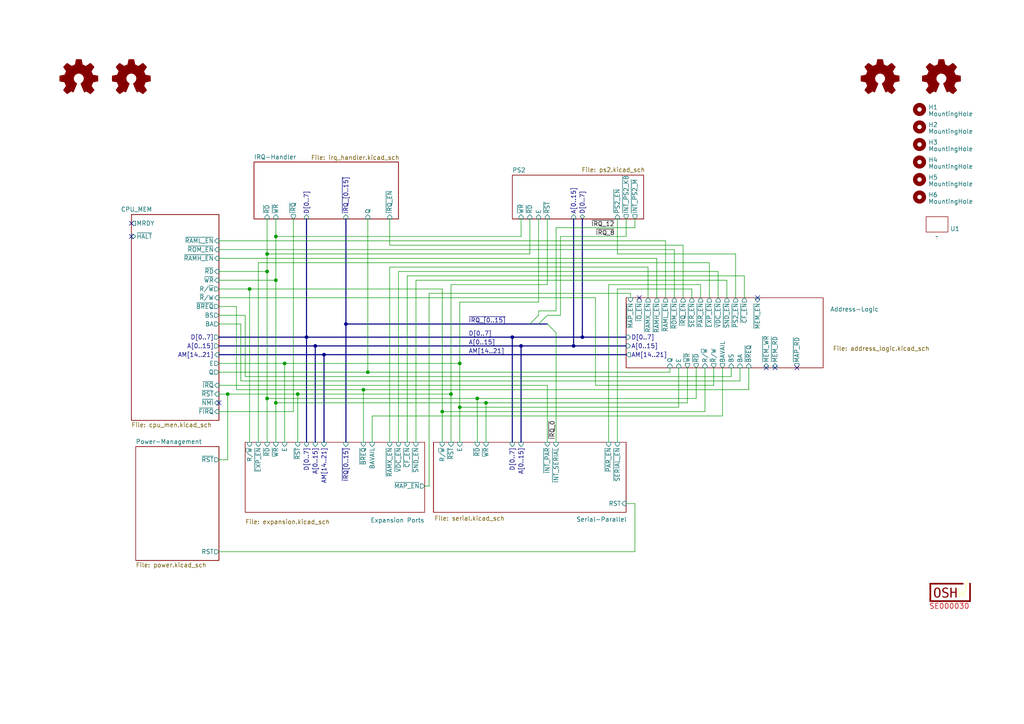
<source format=kicad_sch>
(kicad_sch (version 20250114) (generator "eeschema") (generator_version "9.0")
  (paper "A4")
  (title_block (date "2025-08-15") (rev "C1") (company "Sperly Retro Electronics"))
  (lib_symbols
    (symbol "Graphic:Logo_Open_Hardware_Small" (in_bom no) (on_board no)
      (symbol "Logo_Open_Hardware_Small_0_1"
        (polyline (pts (xy 3.3528 -4.3434) (xy 3.302 -4.318) (xy 3.175 -4.2418) (xy 2.9972 -4.1148) (xy 2.7686 -3.9624) (xy 2.54 -3.81) (xy 2.3622 -3.7084) (xy 2.2352 -3.6068) (xy 2.1844 -3.5814) (xy 2.159 -3.6068) (xy 2.0574 -3.6576) (xy 1.905 -3.7338) (xy 1.8034 -3.7846) (xy 1.6764 -3.8354) (xy 1.6002 -3.8354) (xy 1.6002 -3.8354) (xy 1.5494 -3.7338) (xy 1.4732 -3.5306) (xy 1.3462 -3.302) (xy 1.2446 -3.0226) (xy 1.1176 -2.7178) (xy 0.9652 -2.413) (xy 0.8636 -2.1082) (xy 0.7366 -1.8288) (xy 0.6604 -1.6256) (xy 0.6096 -1.4732) (xy 0.5842 -1.397) (xy 0.5842 -1.397) (xy 0.6604 -1.3208) (xy 0.7874 -1.2446) (xy 1.0414 -1.016) (xy 1.2954 -0.6858) (xy 1.4478 -0.3302) (xy 1.524 0.0762) (xy 1.4732 0.4572) (xy 1.3208 0.8128) (xy 1.0668 1.143) (xy 0.762 1.3716) (xy 0.4064 1.524) (xy 0 1.5748) (xy -0.381 1.5494) (xy -0.7366 1.397) (xy -1.0668 1.143) (xy -1.2192 0.9906) (xy -1.397 0.6604) (xy -1.524 0.3048) (xy -1.524 0.2286) (xy -1.4986 -0.1778) (xy -1.397 -0.5334) (xy -1.1938 -0.8636) (xy -0.9144 -1.143) (xy -0.8636 -1.1684) (xy -0.7366 -1.27) (xy -0.635 -1.3462) (xy -0.5842 -1.397) (xy -1.0668 -2.5908) (xy -1.143 -2.794) (xy -1.2954 -3.1242) (xy -1.397 -3.4036) (xy -1.4986 -3.6322) (xy -1.5748 -3.7846) (xy -1.6002 -3.8354) (xy -1.6002 -3.8354) (xy -1.651 -3.8354) (xy -1.7272 -3.81) (xy -1.905 -3.7338) (xy -2.0066 -3.683) (xy -2.1336 -3.6068) (xy -2.2098 -3.5814) (xy -2.2606 -3.6068) (xy -2.3622 -3.683) (xy -2.54 -3.81) (xy -2.7686 -3.9624) (xy -2.9718 -4.0894) (xy -3.1496 -4.2164) (xy -3.302 -4.318) (xy -3.3528 -4.3434) (xy -3.3782 -4.3434) (xy -3.429 -4.318) (xy -3.5306 -4.2164) (xy -3.7084 -4.064) (xy -3.937 -3.8354) (xy -3.9624 -3.81) (xy -4.1656 -3.6068) (xy -4.318 -3.4544) (xy -4.4196 -3.3274) (xy -4.445 -3.2766) (xy -4.445 -3.2766) (xy -4.4196 -3.2258) (xy -4.318 -3.0734) (xy -4.2164 -2.8956) (xy -4.064 -2.667) (xy -3.6576 -2.0828) (xy -3.8862 -1.5494) (xy -3.937 -1.3716) (xy -4.0386 -1.1684) (xy -4.0894 -1.0414) (xy -4.1148 -0.9652) (xy -4.191 -0.9398) (xy -4.318 -0.9144) (xy -4.5466 -0.8636) (xy -4.8006 -0.8128) (xy -5.0546 -0.7874) (xy -5.2578 -0.7366) (xy -5.4356 -0.7112) (xy -5.5118 -0.6858) (xy -5.5118 -0.6858) (xy -5.5372 -0.635) (xy -5.5372 -0.5588) (xy -5.5372 -0.4318) (xy -5.5626 -0.2286) (xy -5.5626 0.0762) (xy -5.5626 0.127) (xy -5.5372 0.4064) (xy -5.5372 0.635) (xy -5.5372 0.762) (xy -5.5372 0.8382) (xy -5.5372 0.8382) (xy -5.461 0.8382) (xy -5.3086 0.889) (xy -5.08 0.9144) (xy -4.826 0.9652) (xy -4.8006 0.9906) (xy -4.5466 1.0414) (xy -4.318 1.0668) (xy -4.1656 1.1176) (xy -4.0894 1.143) (xy -4.0894 1.143) (xy -4.0386 1.2446) (xy -3.9624 1.4224) (xy -3.8608 1.6256) (xy -3.7846 1.8288) (xy -3.7084 2.0066) (xy -3.6576 2.159) (xy -3.6322 2.2098) (xy -3.6322 2.2098) (xy -3.683 2.286) (xy -3.7592 2.413) (xy -3.8862 2.5908) (xy -4.064 2.8194) (xy -4.064 2.8448) (xy -4.2164 3.0734) (xy -4.3434 3.2512) (xy -4.4196 3.3782) (xy -4.445 3.4544) (xy -4.445 3.4544) (xy -4.3942 3.5052) (xy -4.2926 3.6322) (xy -4.1148 3.81) (xy -3.937 4.0132) (xy -3.8608 4.064) (xy -3.6576 4.2926) (xy -3.5052 4.4196) (xy -3.4036 4.4958) (xy -3.3528 4.5212) (xy -3.3528 4.5212) (xy -3.302 4.4704) (xy -3.1496 4.3688) (xy -2.9718 4.2418) (xy -2.7432 4.0894) (xy -2.7178 4.0894) (xy -2.4892 3.937) (xy -2.3114 3.81) (xy -2.1844 3.7084) (xy -2.1336 3.683) (xy -2.1082 3.683) (xy -2.032 3.7084) (xy -1.8542 3.7592) (xy -1.6764 3.8354) (xy -1.4732 3.937) (xy -1.27 4.0132) (xy -1.143 4.064) (xy -1.0668 4.1148) (xy -1.0668 4.1148) (xy -1.0414 4.191) (xy -1.016 4.3434) (xy -0.9652 4.572) (xy -0.9144 4.8514) (xy -0.889 4.9022) (xy -0.8382 5.1562) (xy -0.8128 5.3848) (xy -0.7874 5.5372) (xy -0.762 5.588) (xy -0.7112 5.6134) (xy -0.5842 5.6134) (xy -0.4064 5.6134) (xy -0.1524 5.6134) (xy 0.0762 5.6134) (xy 0.3302 5.6134) (xy 0.5334 5.6134) (xy 0.6858 5.588) (xy 0.7366 5.588) (xy 0.7366 5.588) (xy 0.762 5.5118) (xy 0.8128 5.334) (xy 0.8382 5.1054) (xy 0.9144 4.826) (xy 0.9144 4.7752) (xy 0.9652 4.5212) (xy 1.016 4.2926) (xy 1.0414 4.1402) (xy 1.0668 4.0894) (xy 1.0668 4.0894) (xy 1.1938 4.0386) (xy 1.3716 3.9624) (xy 1.5748 3.8608) (xy 2.0828 3.6576) (xy 2.7178 4.0894) (xy 2.7686 4.1402) (xy 2.9972 4.2926) (xy 3.175 4.4196) (xy 3.302 4.4958) (xy 3.3782 4.5212) (xy 3.3782 4.5212) (xy 3.429 4.4704) (xy 3.556 4.3434) (xy 3.7338 4.191) (xy 3.9116 3.9878) (xy 4.064 3.8354) (xy 4.2418 3.6576) (xy 4.3434 3.556) (xy 4.4196 3.4798) (xy 4.4196 3.429) (xy 4.4196 3.4036) (xy 4.3942 3.3274) (xy 4.2926 3.2004) (xy 4.1656 2.9972) (xy 4.0132 2.794) (xy 3.8862 2.5908) (xy 3.7592 2.3876) (xy 3.6576 2.2352) (xy 3.6322 2.159) (xy 3.6322 2.1336) (xy 3.683 2.0066) (xy 3.7592 1.8288) (xy 3.8608 1.6002) (xy 4.064 1.1176) (xy 4.3942 1.0414) (xy 4.5974 1.016) (xy 4.8768 0.9652) (xy 5.1308 0.9144) (xy 5.5372 0.8382) (xy 5.5626 -0.6604) (xy 5.4864 -0.6858) (xy 5.4356 -0.6858) (xy 5.2832 -0.7366) (xy 5.0546 -0.762) (xy 4.8006 -0.8128) (xy 4.5974 -0.8636) (xy 4.3688 -0.9144) (xy 4.2164 -0.9398) (xy 4.1402 -0.9398) (xy 4.1148 -0.9652) (xy 4.064 -1.0668) (xy 3.9878 -1.2446) (xy 3.9116 -1.4478) (xy 3.81 -1.651) (xy 3.7338 -1.8542) (xy 3.683 -2.0066) (xy 3.6576 -2.0828) (xy 3.683 -2.1336) (xy 3.7846 -2.2606) (xy 3.8862 -2.4638) (xy 4.0386 -2.667) (xy 4.191 -2.8956) (xy 4.318 -3.0734) (xy 4.3942 -3.2004) (xy 4.445 -3.2766) (xy 4.4196 -3.3274) (xy 4.3434 -3.429) (xy 4.1656 -3.5814) (xy 3.937 -3.8354) (xy 3.8862 -3.8608) (xy 3.683 -4.064) (xy 3.5306 -4.2164) (xy 3.4036 -4.318) (xy 3.3528 -4.3434)) (fill (type outline)))
      )
    )
    (symbol "Mechanical:MountingHole" (pin_names (offset 1.016))
      (property "Reference" "H" (at 0 5.08 0))
      (property "Value" "MountingHole" (at 0 3.175 0))
      (symbol "MountingHole_0_1"
        (circle (center 0 0) (radius 1.27) (stroke (width 1.27)))
      )
    )
    (symbol "OSHW_Certification_Mark:OSHW_Certification_Mark_Logo_Medium" (in_bom no) (on_board no)
      (symbol "OSHW_Certification_Mark_Logo_Medium_0_1"
        (polyline (pts (xy -3.6762 1.0468) (xy -3.6189 1.0425) (xy -3.5634 1.0354) (xy -3.5099 1.0253) (xy -3.4584 1.0125) (xy -3.4087 0.9968) (xy -3.361 0.9782) (xy -3.3153 0.9567) (xy -3.2715 0.9324) (xy -3.2296 0.9053) (xy -3.1896 0.8752) (xy -3.1516 0.8424) (xy -3.1155 0.8066) (xy -3.0814 0.768) (xy -3.0492 0.7266) (xy -3.0189 0.6823) (xy -2.9903 0.635) (xy -2.9635 0.5848) (xy -2.9386 0.5317) (xy -2.9155 0.4756) (xy -2.8943 0.4165) (xy -2.8749 0.3545) (xy -2.8573 0.2895) (xy -2.8416 0.2215) (xy -2.8278 0.1506) (xy -2.8158 0.0767) (xy -2.8056 -0.0002) (xy -2.7973 -0.08) (xy -2.7909 -0.1628) (xy -2.7863 -0.2486) (xy -2.7835 -0.3373) (xy -2.7826 -0.4289) (xy -2.7835 -0.5203) (xy -2.7863 -0.6088) (xy -2.7909 -0.6944) (xy -2.7973 -0.777) (xy -2.8056 -0.8566) (xy -2.8158 -0.9334) (xy -2.8278 -1.0071) (xy -2.8416 -1.0779) (xy -2.8573 -1.1458) (xy -2.8749 -1.2107) (xy -2.8943 -1.2727) (xy -2.9155 -1.3317) (xy -2.9386 -1.3877) (xy -2.9635 -1.4409) (xy -2.9903 -1.491) (xy -3.0189 -1.5382) (xy -3.0338 -1.5608) (xy -3.0492 -1.5826) (xy -3.065 -1.6036) (xy -3.0814 -1.624) (xy -3.0982 -1.6437) (xy -3.1155 -1.6626) (xy -3.1333 -1.6808) (xy -3.1516 -1.6983) (xy -3.1704 -1.7151) (xy -3.1896 -1.7312) (xy -3.2094 -1.7466) (xy -3.2296 -1.7612) (xy -3.2503 -1.7752) (xy -3.2715 -1.7884) (xy -3.2931 -1.8009) (xy -3.3153 -1.8127) (xy -3.3379 -1.8238) (xy -3.361 -1.8341) (xy -3.3846 -1.8438) (xy -3.4087 -1.8527) (xy -3.4333 -1.8609) (xy -3.4584 -1.8685) (xy -3.4839 -1.8752) (xy -3.5099 -1.8813) (xy -3.5364 -1.8867) (xy -3.5634 -1.8913) (xy -3.6189 -1.8985) (xy -3.6762 -1.9028) (xy -3.7356 -1.9042) (xy -3.7949 -1.9028) (xy -3.8522 -1.8985) (xy -3.9077 -1.8914) (xy -3.9612 -1.8814) (xy -4.0128 -1.8686) (xy -4.0624 -1.853) (xy -4.1101 -1.8345) (xy -4.1558 -1.8132) (xy -4.1997 -1.789) (xy -4.2415 -1.762) (xy -4.2815 -1.7321) (xy -4.3195 -1.6994) (xy -4.3556 -1.6639) (xy -4.3897 -1.6255) (xy -4.422 -1.5842) (xy -4.4522 -1.5401) (xy -4.4806 -1.4931) (xy -4.5072 -1.4431) (xy -4.5319 -1.3902) (xy -4.5548 -1.3342) (xy -4.5758 -1.2752) (xy -4.5951 -1.2132) (xy -4.6125 -1.1483) (xy -4.628 -1.0803) (xy -4.6418 -1.0094) (xy -4.6537 -0.9354) (xy -4.6638 -0.8585) (xy -4.672 -0.7786) (xy -4.6784 -0.6957) (xy -4.683 -0.6097) (xy -4.6857 -0.5208) (xy -4.6867 -0.4289) (xy -4.2845 -0.4289) (xy -4.2825 -0.5797) (xy -4.2765 -0.7193) (xy -4.2665 -0.8477) (xy -4.2526 -0.965) (xy -4.2441 -1.0195) (xy -4.2346 -1.0712) (xy -4.2241 -1.1201) (xy -4.2127 -1.1662) (xy -4.2002 -1.2096) (xy -4.1867 -1.2501) (xy -4.1723 -1.2879) (xy -4.1568 -1.3229) (xy -4.14 -1.3554) (xy -4.1311 -1.3709) (xy -4.1219 -1.3858) (xy -4.1123 -1.4003) (xy -4.1025 -1.4142) (xy -4.0923 -1.4276) (xy -4.0819 -1.4404) (xy -4.0711 -1.4528) (xy -4.06 -1.4646) (xy -4.0485 -1.4759) (xy -4.0368 -1.4866) (xy -4.0248 -1.4969) (xy -4.0124 -1.5066) (xy -3.9997 -1.5157) (xy -3.9867 -1.5244) (xy -3.9734 -1.5325) (xy -3.9597 -1.5402) (xy -3.9458 -1.5472) (xy -3.9315 -1.5538) (xy -3.9169 -1.5598) (xy -3.902 -1.5653) (xy -3.8868 -1.5703) (xy -3.8713 -1.5748) (xy -3.8554 -1.5787) (xy -3.8392 -1.5821) (xy -3.8227 -1.585) (xy -3.8059 -1.5874) (xy -3.7888 -1.5892) (xy -3.7714 -1.5905) (xy -3.7356 -1.5916) (xy -3.6995 -1.5906) (xy -3.6648 -1.5874) (xy -3.6313 -1.5822) (xy -3.5992 -1.5749) (xy -3.5683 -1.5655) (xy -3.5387 -1.5541) (xy -3.5105 -1.5405) (xy -3.4835 -1.5249) (xy -3.4578 -1.5072) (xy -3.4334 -1.4874) (xy -3.4103 -1.4655) (xy -3.3886 -1.4415) (xy -3.3681 -1.4154) (xy -3.3489 -1.3873) (xy -3.331 -1.3571) (xy -3.3143 -1.3248) (xy -3.2986 -1.2898) (xy -3.284 -1.252) (xy -3.2703 -1.2114) (xy -3.2576 -1.168) (xy -3.246 -1.1218) (xy -3.2354 -1.0728) (xy -3.2257 -1.021) (xy -3.2171 -0.9664) (xy -3.2095 -0.909) (xy -3.203 -0.8488) (xy -3.1974 -0.7859) (xy -3.1928 -0.7201) (xy -3.1893 -0.6515) (xy -3.1868 -0.5801) (xy -3.1852 -0.5059) (xy -3.1847 -0.4289) (xy -3.1868 -0.2778) (xy -3.1928 -0.1378) (xy -3.203 -0.009) (xy -3.2171 0.1086) (xy -3.2257 0.1631) (xy -3.2354 0.2149) (xy -3.246 0.2639) (xy -3.2576 0.3101) (xy -3.2703 0.3535) (xy -3.284 0.3941) (xy -3.2986 0.4319) (xy -3.3143 0.4669) (xy -3.331 0.4995) (xy -3.3397 0.5149) (xy -3.3489 0.5299) (xy -3.3583 0.5443) (xy -3.3681 0.5582) (xy -3.3781 0.5716) (xy -3.3886 0.5845) (xy -3.3993 0.5968) (xy -3.4103 0.6086) (xy -3.4217 0.6199) (xy -3.4334 0.6307) (xy -3.4455 0.6409) (xy -3.4578 0.6506) (xy -3.4705 0.6598) (xy -3.4835 0.6685) (xy -3.4968 0.6766) (xy -3.5105 0.6842) (xy -3.5244 0.6913) (xy -3.5387 0.6979) (xy -3.5534 0.7039) (xy -3.5683 0.7094) (xy -3.5836 0.7144) (xy -3.5992 0.7189) (xy -3.6151 0.7228) (xy -3.6313 0.7262) (xy -3.6479 0.7291) (xy -3.6648 0.7315) (xy -3.682 0.7333) (xy -3.6995 0.7346) (xy -3.7356 0.7356) (xy -3.7714 0.7346) (xy -3.8059 0.7315) (xy -3.8392 0.7262) (xy -3.8712 0.7189) (xy -3.902 0.7094) (xy -3.9315 0.6979) (xy -3.9597 0.6842) (xy -3.9867 0.6685) (xy -4.0124 0.6506) (xy -4.0368 0.6307) (xy -4.06 0.6086) (xy -4.0819 0.5845) (xy -4.1025 0.5582) (xy -4.1219 0.5299) (xy -4.14 0.4995) (xy -4.1568 0.4669) (xy -4.1723 0.4319) (xy -4.1867 0.3941) (xy -4.2002 0.3535) (xy -4.2127 0.3101) (xy -4.2241 0.2639) (xy -4.2346 0.215) (xy -4.2441 0.1632) (xy -4.2526 0.1086) (xy -4.26 0.0512) (xy -4.2665 -0.009) (xy -4.272 -0.072) (xy -4.2765 -0.1378) (xy -4.28 -0.2064) (xy -4.2825 -0.2778) (xy -4.284 -0.352) (xy -4.2845 -0.4289) (xy -4.6867 -0.4289) (xy -4.6857 -0.3373) (xy -4.683 -0.2486) (xy -4.6784 -0.1628) (xy -4.672 -0.08) (xy -4.6638 -0.0002) (xy -4.6537 0.0767) (xy -4.6418 0.1506) (xy -4.628 0.2215) (xy -4.6125 0.2895) (xy -4.5951 0.3545) (xy -4.5758 0.4165) (xy -4.5548 0.4756) (xy -4.5319 0.5317) (xy -4.5072 0.5848) (xy -4.4806 0.635) (xy -4.4522 0.6823) (xy -4.4372 0.7048) (xy -4.4217 0.7266) (xy -4.4058 0.7477) (xy -4.3893 0.768) (xy -4.3724 0.7877) (xy -4.355 0.8066) (xy -4.3372 0.8248) (xy -4.3188 0.8424) (xy -4.3 0.8592) (xy -4.2807 0.8752) (xy -4.2609 0.8906) (xy -4.2407 0.9053) (xy -4.2199 0.9192) (xy -4.1987 0.9324) (xy -4.177 0.9449) (xy -4.1549 0.9567) (xy -4.1323 0.9678) (xy -4.1091 0.9782) (xy -4.0856 0.9878) (xy -4.0615 0.9968) (xy -4.037 1.005) (xy -4.0119 1.0125) (xy -3.9864 1.0193) (xy -3.9605 1.0253) (xy -3.9071 1.0354) (xy -3.8518 1.0425) (xy -3.7946 1.0468) (xy -3.7356 1.0482)) (stroke (width -0.0001)) (fill (type outline)))
        (polyline (pts (xy -2.7826 -0.4289) (xy -2.7826 -0.4289) (xy -2.7826 -0.4289)) (stroke (width -0.0001)) (fill (type outline)))
        (polyline (pts (xy -1.3169 1.0471) (xy -1.2752 1.0453) (xy -1.2328 1.0424) (xy -1.19 1.0382) (xy -1.1466 1.0328) (xy -1.1026 1.0263) (xy -1.0582 1.0185) (xy -1.0132 1.0096) (xy -0.9676 1) (xy -0.9215 0.9891) (xy -0.8747 0.9771) (xy -0.8274 0.9639) (xy -0.7794 0.9494) (xy -0.7309 0.9338) (xy -0.6817 0.917) (xy -0.632 0.899) (xy -0.632 0.5083) (xy -0.6759 0.5356) (xy -0.7198 0.5611) (xy -0.7638 0.5849) (xy -0.8078 0.607) (xy -0.8519 0.6273) (xy -0.8961 0.6459) (xy -0.9403 0.6628) (xy -0.9846 0.678) (xy -1.0285 0.6914) (xy -1.0725 0.703) (xy -1.1166 0.7128) (xy -1.1609 0.7208) (xy -1.2053 0.7271) (xy -1.2498 0.7316) (xy -1.2944 0.7342) (xy -1.3391 0.7351) (xy -1.3727 0.7346) (xy -1.4055 0.7331) (xy -1.4373 0.7306) (xy -1.4683 0.7272) (xy -1.4983 0.7227) (xy -1.5275 0.7172) (xy -1.5557 0.7107) (xy -1.5831 0.7032) (xy -1.6096 0.6947) (xy -1.6351 0.6852) (xy -1.6598 0.6748) (xy -1.6836 0.6633) (xy -1.7065 0.6508) (xy -1.7285 0.6374) (xy -1.7497 0.6229) (xy -1.7699 0.6074) (xy -1.789 0.5914) (xy -1.807 0.5746) (xy -1.8236 0.5571) (xy -1.8391 0.5389) (xy -1.8533 0.5201) (xy -1.8663 0.5005) (xy -1.878 0.4802) (xy -1.8885 0.4592) (xy -1.8978 0.4376) (xy -1.9058 0.4152) (xy -1.9126 0.3921) (xy -1.9182 0.3683) (xy -1.9225 0.3439) (xy -1.9256 0.3187) (xy -1.9275 0.2928) (xy -1.9281 0.2663) (xy -1.9277 0.243) (xy -1.9265 0.2205) (xy -1.9245 0.1986) (xy -1.9216 0.1775) (xy -1.918 0.1571) (xy -1.9136 0.1373) (xy -1.9084 0.1183) (xy -1.9023 0.1) (xy -1.8955 0.0823) (xy -1.8879 0.0654) (xy -1.8794 0.0491) (xy -1.8702 0.0336) (xy -1.8601 0.0188) (xy -1.8493 0.0046) (xy -1.8376 -0.0088) (xy -1.8252 -0.0216) (xy -1.8114 -0.0338) (xy -1.7961 -0.0458) (xy -1.7795 -0.0576) (xy -1.7615 -0.0691) (xy -1.7421 -0.0803) (xy -1.7213 -0.0913) (xy -1.6991 -0.1021) (xy -1.6755 -0.1126) (xy -1.6505 -0.1228) (xy -1.6241 -0.1328) (xy -1.5963 -0.1425) (xy -1.5671 -0.152) (xy -1.5365 -0.1612) (xy -1.5045 -0.1702) (xy -1.4711 -0.1789) (xy -1.4363 -0.1874) (xy -1.2343 -0.2331) (xy -1.1851 -0.2452) (xy -1.1376 -0.2581) (xy -1.0918 -0.2719) (xy -1.0477 -0.2865) (xy -1.0054 -0.3019) (xy -0.9647 -0.3182) (xy -0.9257 -0.3353) (xy -0.8884 -0.3532) (xy -0.8528 -0.372) (xy -0.8189 -0.3916) (xy -0.7866 -0.412) (xy -0.7561 -0.4333) (xy -0.7273 -0.4554) (xy -0.7002 -0.4783) (xy -0.6748 -0.5021) (xy -0.6511 -0.5266) (xy -0.6289 -0.5522) (xy -0.6082 -0.5789) (xy -0.5889 -0.6068) (xy -0.571 -0.6358) (xy -0.5546 -0.6659) (xy -0.5396 -0.6971) (xy -0.526 -0.7295) (xy -0.5138 -0.763) (xy -0.5031 -0.7976) (xy -0.4938 -0.8334) (xy -0.4859 -0.8703) (xy -0.4795 -0.9083) (xy -0.4745 -0.9475) (xy -0.4709 -0.9878) (xy -0.4688 -1.0292) (xy -0.4681 -1.0718) (xy -0.4691 -1.1218) (xy -0.472 -1.1702) (xy -0.4769 -1.2172) (xy -0.4838 -1.2627) (xy -0.4926 -1.3067) (xy -0.5035 -1.3492) (xy -0.5162 -1.3901) (xy -0.531 -1.4296) (xy -0.5477 -1.4676) (xy -0.5664 -1.504) (xy -0.587 -1.539) (xy -0.6096 -1.5724) (xy -0.6342 -1.6044) (xy -0.6607 -1.6348) (xy -0.6892 -1.6638) (xy -0.7197 -1.6912) (xy -0.752 -1.7171) (xy -0.7861 -1.7413) (xy -0.8221 -1.7638) (xy -0.8598 -1.7846) (xy -0.8993 -1.8038) (xy -0.9405 -1.8213) (xy -0.9836 -1.8372) (xy -1.0284 -1.8513) (xy -1.0751 -1.8638) (xy -1.1235 -1.8747) (xy -1.1737 -1.8838) (xy -1.2257 -1.8913) (xy -1.2795 -1.8972) (xy -1.3351 -1.9014) (xy -1.3924 -1.9039) (xy -1.4516 -1.9047) (xy -1.5016 -1.904) (xy -1.5518 -1.902) (xy -1.6019 -1.8985) (xy -1.6522 -1.8937) (xy -1.7025 -1.8876) (xy -1.7528 -1.88) (xy -1.8033 -1.8711) (xy -1.8537 -1.8609) (xy -1.9043 -1.8497) (xy -1.9549 -1.8372) (xy -2.0055 -1.8232) (xy -2.0563 -1.808) (xy -2.107 -1.7913) (xy -2.1579 -1.7733) (xy -2.2088 -1.7539) (xy -2.2597 -1.7332) (xy -2.2597 -1.3234) (xy -2.2053 -1.357) (xy -2.1517 -1.3883) (xy -2.0988 -1.4173) (xy -2.0467 -1.4439) (xy -1.9954 -1.4683) (xy -1.9449 -1.4903) (xy -1.8951 -1.5099) (xy -1.8461 -1.5273) (xy -1.797 -1.5425) (xy -1.7478 -1.5556) (xy -1.6986 -1.5668) (xy -1.6493 -1.5759) (xy -1.6 -1.583) (xy -1.5506 -1.588) (xy -1.5011 -1.5911) (xy -1.4516 -1.5921) (xy -1.4156 -1.5916) (xy -1.3807 -1.5901) (xy -1.3468 -1.5875) (xy -1.3139 -1.584) (xy -1.282 -1.5794) (xy -1.2511 -1.5739) (xy -1.2212 -1.5673) (xy -1.1924 -1.5597) (xy -1.1645 -1.5511) (xy -1.1377 -1.5415) (xy -1.1119 -1.5308) (xy -1.087 -1.5192) (xy -1.0633 -1.5065) (xy -1.0405 -1.4929) (xy -1.0187 -1.4782) (xy -0.9979 -1.4625) (xy -0.9783 -1.4456) (xy -0.96 -1.428) (xy -0.9429 -1.4096) (xy -0.9271 -1.3903) (xy -0.9125 -1.3702) (xy -0.8992 -1.3494) (xy -0.8872 -1.3277) (xy -0.8764 -1.3053) (xy -0.867 -1.282) (xy -0.8587 -1.2579) (xy -0.8518 -1.233) (xy -0.8461 -1.2073) (xy -0.8416 -1.1808) (xy -0.8385 -1.1535) (xy -0.8366 -1.1254) (xy -0.8359 -1.0965) (xy -0.8364 -1.0703) (xy -0.8377 -1.0448) (xy -0.8399 -1.02) (xy -0.843 -0.9961) (xy -0.8469 -0.973) (xy -0.8518 -0.9506) (xy -0.8575 -0.9291) (xy -0.8641 -0.9083) (xy -0.8715 -0.8883) (xy -0.8799 -0.8692) (xy -0.8891 -0.8508) (xy -0.8992 -0.8331) (xy -0.9102 -0.8163) (xy -0.922 -0.8003) (xy -0.9348 -0.7851) (xy -0.9484 -0.7706) (xy -0.9629 -0.7567) (xy -0.9786 -0.7433) (xy -0.9957 -0.7302) (xy -1.014 -0.7176) (xy -1.0337 -0.7053) (xy -1.0546 -0.6935) (xy -1.0769 -0.6821) (xy -1.1004 -0.671) (xy -1.1252 -0.6604) (xy -1.1514 -0.6501) (xy -1.1788 -0.6403) (xy -1.2075 -0.6309) (xy -1.2375 -0.6218) (xy -1.2688 -0.6132) (xy -1.3014 -0.605) (xy -1.3353 -0.5972) (xy -1.5411 -0.5495) (xy -1.5899 -0.538) (xy -1.6369 -0.5257) (xy -1.6822 -0.5127) (xy -1.7258 -0.499) (xy -1.7677 -0.4846) (xy -1.8079 -0.4695) (xy -1.8465 -0.4536) (xy -1.8833 -0.4371) (xy -1.9184 -0.4198) (xy -1.9518 -0.4018) (xy -1.9836 -0.3831) (xy -2.0136 -0.3637) (xy -2.0419 -0.3436) (xy -2.0686 -0.3227) (xy -2.0935 -0.3011) (xy -2.1168 -0.2789) (xy -2.1385 -0.2558) (xy -2.1588 -0.2317) (xy -2.1777 -0.2066) (xy -2.1952 -0.1806) (xy -2.2113 -0.1536) (xy -2.2259 -0.1256) (xy -2.2392 -0.0967) (xy -2.2511 -0.0668) (xy -2.2616 -0.036) (xy -2.2707 -0.0041) (xy -2.2784 0.0287) (xy -2.2847 0.0624) (xy -2.2896 0.0972) (xy -2.2931 0.1329) (xy -2.2952 0.1695) (xy -2.2959 0.2072) (xy -2.2949 0.2542) (xy -2.292 0.3001) (xy -2.287 0.3448) (xy -2.28 0.3882) (xy -2.271 0.4305) (xy -2.26 0.4716) (xy -2.2471 0.5115) (xy -2.2321 0.5503) (xy -2.2151 0.5878) (xy -2.1962 0.6241) (xy -2.1752 0.6593) (xy -2.1523 0.6932) (xy -2.1273 0.726) (xy -2.1004 0.7575) (xy -2.0714 0.7879) (xy -2.0405 0.8171) (xy -2.0077 0.845) (xy -1.9736 0.8712) (xy -1.9381 0.8955) (xy -1.9014 0.918) (xy -1.8633 0.9387) (xy -1.824 0.9576) (xy -1.7833 0.9748) (xy -1.7413 0.9901) (xy -1.698 1.0036) (xy -1.6534 1.0153) (xy -1.6074 1.0252) (xy -1.5602 1.0333) (xy -1.5117 1.0396) (xy -1.4618 1.0441) (xy -1.4107 1.0468) (xy -1.3582 1.0477)) (stroke (width -0.0001)) (fill (type outline)))
        (polyline (pts (xy 0.4348 -0.1699) (xy 1.4888 -0.1699) (xy 1.4888 0.9966) (xy 1.8758 0.9966) (xy 1.8758 -1.849) (xy 1.4888 -1.849) (xy 1.4888 -0.4938) (xy 0.4348 -0.4938) (xy 0.4348 -1.849) (xy 0.0479 -1.849) (xy 0.0479 0.9966) (xy 0.4348 0.9966)) (stroke (width -0.0001)) (fill (type outline)))
        (polyline (pts (xy 5.9999 -3.1372) (xy -6.0001 -3.1372) (xy -6.0001 2.3978) (xy -6.0001 2.3978) (xy 3.8676 2.3978) (xy 3.8676 1.9099) (xy -5.5122 1.9099) (xy -5.5122 -2.6492) (xy 5.512 -2.6492) (xy 5.5224 2.3978) (xy 5.9999 2.3978)) (stroke (width -0.0001)) (fill (type outline)))
      )
      (symbol "OSHW_Certification_Mark_Logo_Medium_1_1"
        (polyline (pts (xy 4.0605 -1.849) (xy 3.6965 -1.849) (xy 3.3095 -0.1584) (xy 2.9245 -1.849) (xy 2.5605 -1.849) (xy 2.1354 0.9966) (xy 2.5109 0.9966) (xy 2.7835 -1.3134) (xy 3.1075 0.2152) (xy 3.5097 0.2152) (xy 3.8375 -1.3172) (xy 4.7607 3.111) (xy 5.1362 3.111)) (stroke (width -0.0001)) (fill (type background)))
      )
    )
    (symbol "motherboard:mITX"
      (property "Reference" "U" (at 0 0 0))
      (symbol "mITX_0_1"
        (rectangle (start -3.175 5.715) (end 3.175 1.27))
        (rectangle (start -1.905 5.715) (end -1.905 5.715))
        (rectangle (start -1.905 5.715) (end -1.905 5.715))
        (rectangle (start 0 -0.635) (end 0 -0.635))
        (rectangle (start 0 -0.635) (end 0 -0.635))
      )
    )
  )
  (text "SE000030" (at 275.336 176.022 0) (effects (font (size 1.524 1.524))))
  (junction (at 80.01 68.58))
  (junction (at 77.47 78.74))
  (junction (at 80.01 81.28))
  (junction (at 93.98 102.87))
  (junction (at 166.37 100.33))
  (junction (at 151.13 100.33))
  (junction (at 77.47 73.66))
  (junction (at 138.43 115.57))
  (junction (at 86.36 114.3))
  (junction (at 88.9 97.79))
  (junction (at 82.55 105.41))
  (junction (at 72.39 83.82))
  (junction (at 128.27 119.38))
  (junction (at 66.04 114.3))
  (junction (at 133.35 105.41))
  (junction (at 148.59 97.79))
  (junction (at 77.47 115.57))
  (junction (at 80.01 116.84))
  (junction (at 106.68 107.95))
  (junction (at 100.33 93.98))
  (junction (at 140.97 116.84))
  (junction (at 130.81 114.3))
  (junction (at 91.44 100.33))
  (junction (at 133.35 118.11))
  (junction (at 105.41 113.03))
  (junction (at 168.91 97.79))
  (no_connect (at 38.1 68.58))
  (no_connect (at 63.5 116.84))
  (no_connect (at 222.25 106.68))
  (no_connect (at 224.79 106.68))
  (no_connect (at 185.42 86.36))
  (no_connect (at 231.14 106.68))
  (no_connect (at 219.71 86.36))
  (no_connect (at 38.1 64.77))
  (bus_entry (at 158.75 93.98) (size 2.54 2.54))
  (bus_entry (at 156.21 93.98) (size 2.54 -2.54))
  (bus_entry (at 153.67 93.98) (size 2.54 -2.54))
  (wire (pts (xy 156.21 91.44) (xy 156.21 90.17)))
  (wire (pts (xy 161.29 66.04) (xy 184.15 66.04)))
  (wire (pts (xy 63.5 81.28) (xy 80.01 81.28)))
  (wire (pts (xy 153.67 73.66) (xy 77.47 73.66)))
  (wire (pts (xy 80.01 81.28) (xy 80.01 116.84)))
  (wire (pts (xy 128.27 83.82) (xy 128.27 119.38)))
  (wire (pts (xy 72.39 83.82) (xy 72.39 128.27)))
  (wire (pts (xy 80.01 128.27) (xy 80.01 116.84)))
  (bus (pts (xy 153.67 93.98) (xy 156.21 93.98)))
  (wire (pts (xy 196.85 118.11) (xy 196.85 106.68)))
  (wire (pts (xy 181.61 68.58) (xy 181.61 63.5)))
  (wire (pts (xy 63.5 78.74) (xy 77.47 78.74)))
  (wire (pts (xy 210.82 81.28) (xy 210.82 86.36)))
  (wire (pts (xy 63.5 83.82) (xy 72.39 83.82)))
  (wire (pts (xy 106.68 107.95) (xy 194.31 107.95)))
  (wire (pts (xy 77.47 63.5) (xy 77.47 73.66)))
  (wire (pts (xy 190.5 74.93) (xy 190.5 86.36)))
  (wire (pts (xy 156.21 63.5) (xy 156.21 87.63)))
  (wire (pts (xy 176.53 128.27) (xy 176.53 82.55)))
  (wire (pts (xy 203.2 82.55) (xy 203.2 86.36)))
  (wire (pts (xy 107.95 120.65) (xy 107.95 128.27)))
  (wire (pts (xy 106.68 63.5) (xy 106.68 107.95)))
  (wire (pts (xy 71.12 109.22) (xy 212.09 109.22)))
  (wire (pts (xy 63.5 72.39) (xy 195.58 72.39)))
  (wire (pts (xy 162.56 91.44) (xy 162.56 68.58)))
  (bus (pts (xy 151.13 100.33) (xy 151.13 128.27)))
  (wire (pts (xy 105.41 113.03) (xy 105.41 128.27)))
  (wire (pts (xy 63.5 133.35) (xy 66.04 133.35)))
  (wire (pts (xy 176.53 82.55) (xy 203.2 82.55)))
  (wire (pts (xy 138.43 115.57) (xy 138.43 128.27)))
  (wire (pts (xy 215.9 80.01) (xy 215.9 86.36)))
  (wire (pts (xy 179.07 73.66) (xy 213.36 73.66)))
  (bus (pts (xy 148.59 97.79) (xy 148.59 128.27)))
  (wire (pts (xy 151.13 68.58) (xy 151.13 63.5)))
  (wire (pts (xy 209.55 106.68) (xy 209.55 120.65)))
  (wire (pts (xy 184.15 146.05) (xy 181.61 146.05)))
  (wire (pts (xy 156.21 90.17) (xy 161.29 90.17)))
  (wire (pts (xy 69.85 110.49) (xy 69.85 93.98)))
  (bus (pts (xy 91.44 100.33) (xy 91.44 128.27)))
  (wire (pts (xy 86.36 114.3) (xy 130.81 114.3)))
  (wire (pts (xy 77.47 115.57) (xy 77.47 128.27)))
  (wire (pts (xy 161.29 96.52) (xy 161.29 128.27)))
  (bus (pts (xy 166.37 63.5) (xy 166.37 100.33)))
  (wire (pts (xy 212.09 109.22) (xy 212.09 106.68)))
  (wire (pts (xy 158.75 63.5) (xy 158.75 82.55)))
  (wire (pts (xy 128.27 119.38) (xy 128.27 128.27)))
  (bus (pts (xy 166.37 100.33) (xy 181.61 100.33)))
  (bus (pts (xy 63.5 102.87) (xy 93.98 102.87)))
  (wire (pts (xy 72.39 83.82) (xy 128.27 83.82)))
  (wire (pts (xy 63.5 91.44) (xy 71.12 91.44)))
  (wire (pts (xy 124.46 140.97) (xy 124.46 85.09)))
  (wire (pts (xy 130.81 82.55) (xy 130.81 114.3)))
  (wire (pts (xy 115.57 128.27) (xy 115.57 78.74)))
  (wire (pts (xy 140.97 116.84) (xy 140.97 128.27)))
  (bus (pts (xy 168.91 63.5) (xy 168.91 97.79)))
  (wire (pts (xy 214.63 106.68) (xy 214.63 110.49)))
  (wire (pts (xy 63.5 107.95) (xy 106.68 107.95)))
  (wire (pts (xy 80.01 63.5) (xy 80.01 68.58)))
  (bus (pts (xy 91.44 100.33) (xy 151.13 100.33)))
  (wire (pts (xy 63.5 160.02) (xy 184.15 160.02)))
  (bus (pts (xy 93.98 102.87) (xy 93.98 128.27)))
  (bus (pts (xy 151.13 100.33) (xy 166.37 100.33)))
  (wire (pts (xy 193.04 69.85) (xy 193.04 86.36)))
  (wire (pts (xy 68.58 113.03) (xy 105.41 113.03)))
  (wire (pts (xy 195.58 72.39) (xy 195.58 86.36)))
  (bus (pts (xy 100.33 93.98) (xy 153.67 93.98)))
  (wire (pts (xy 115.57 78.74) (xy 208.28 78.74)))
  (wire (pts (xy 128.27 119.38) (xy 204.47 119.38)))
  (wire (pts (xy 208.28 78.74) (xy 208.28 86.36)))
  (wire (pts (xy 80.01 116.84) (xy 140.97 116.84)))
  (wire (pts (xy 172.72 86.36) (xy 172.72 111.76)))
  (wire (pts (xy 124.46 140.97) (xy 123.19 140.97)))
  (bus (pts (xy 63.5 100.33) (xy 91.44 100.33)))
  (wire (pts (xy 66.04 133.35) (xy 66.04 114.3)))
  (wire (pts (xy 133.35 105.41) (xy 133.35 118.11)))
  (wire (pts (xy 118.11 80.01) (xy 215.9 80.01)))
  (wire (pts (xy 198.12 71.12) (xy 198.12 86.36)))
  (wire (pts (xy 118.11 128.27) (xy 118.11 80.01)))
  (wire (pts (xy 63.5 119.38) (xy 85.09 119.38)))
  (wire (pts (xy 179.07 63.5) (xy 179.07 73.66)))
  (wire (pts (xy 209.55 120.65) (xy 107.95 120.65)))
  (bus (pts (xy 63.5 97.79) (xy 88.9 97.79)))
  (bus (pts (xy 88.9 63.5) (xy 88.9 97.79)))
  (wire (pts (xy 201.93 106.68) (xy 201.93 115.57)))
  (wire (pts (xy 124.46 85.09) (xy 182.88 85.09)))
  (wire (pts (xy 158.75 82.55) (xy 130.81 82.55)))
  (wire (pts (xy 200.66 83.82) (xy 200.66 86.36)))
  (wire (pts (xy 158.75 91.44) (xy 162.56 91.44)))
  (wire (pts (xy 133.35 118.11) (xy 133.35 128.27)))
  (wire (pts (xy 66.04 114.3) (xy 86.36 114.3)))
  (bus (pts (xy 148.59 97.79) (xy 168.91 97.79)))
  (wire (pts (xy 207.01 111.76) (xy 207.01 106.68)))
  (wire (pts (xy 184.15 66.04) (xy 184.15 63.5)))
  (wire (pts (xy 63.5 86.36) (xy 172.72 86.36)))
  (wire (pts (xy 187.96 77.47) (xy 187.96 86.36)))
  (bus (pts (xy 88.9 97.79) (xy 148.59 97.79)))
  (wire (pts (xy 77.47 78.74) (xy 77.47 115.57)))
  (wire (pts (xy 66.04 114.3) (xy 63.5 114.3)))
  (wire (pts (xy 82.55 105.41) (xy 133.35 105.41)))
  (wire (pts (xy 80.01 68.58) (xy 151.13 68.58)))
  (wire (pts (xy 133.35 118.11) (xy 196.85 118.11)))
  (wire (pts (xy 120.65 128.27) (xy 120.65 81.28)))
  (wire (pts (xy 85.09 119.38) (xy 85.09 63.5)))
  (wire (pts (xy 153.67 63.5) (xy 153.67 73.66)))
  (wire (pts (xy 77.47 73.66) (xy 77.47 78.74)))
  (bus (pts (xy 156.21 93.98) (xy 158.75 93.98)))
  (wire (pts (xy 182.88 85.09) (xy 182.88 86.36)))
  (wire (pts (xy 113.03 71.12) (xy 198.12 71.12)))
  (bus (pts (xy 88.9 97.79) (xy 88.9 128.27)))
  (wire (pts (xy 120.65 81.28) (xy 210.82 81.28)))
  (bus (pts (xy 168.91 97.79) (xy 181.61 97.79)))
  (wire (pts (xy 63.5 111.76) (xy 158.75 111.76)))
  (wire (pts (xy 156.21 87.63) (xy 133.35 87.63)))
  (wire (pts (xy 179.07 83.82) (xy 200.66 83.82)))
  (wire (pts (xy 77.47 115.57) (xy 138.43 115.57)))
  (wire (pts (xy 63.5 69.85) (xy 193.04 69.85)))
  (wire (pts (xy 86.36 128.27) (xy 86.36 114.3)))
  (bus (pts (xy 93.98 102.87) (xy 181.61 102.87)))
  (wire (pts (xy 63.5 93.98) (xy 69.85 93.98)))
  (wire (pts (xy 184.15 160.02) (xy 184.15 146.05)))
  (wire (pts (xy 194.31 107.95) (xy 194.31 106.68)))
  (wire (pts (xy 63.5 88.9) (xy 68.58 88.9)))
  (wire (pts (xy 63.5 74.93) (xy 190.5 74.93)))
  (wire (pts (xy 113.03 128.27) (xy 113.03 77.47)))
  (wire (pts (xy 71.12 91.44) (xy 71.12 109.22)))
  (wire (pts (xy 161.29 90.17) (xy 161.29 66.04)))
  (wire (pts (xy 113.03 77.47) (xy 187.96 77.47)))
  (wire (pts (xy 138.43 115.57) (xy 201.93 115.57)))
  (wire (pts (xy 80.01 68.58) (xy 80.01 81.28)))
  (bus (pts (xy 100.33 93.98) (xy 100.33 128.27)))
  (wire (pts (xy 179.07 128.27) (xy 179.07 83.82)))
  (wire (pts (xy 74.93 128.27) (xy 74.93 76.2)))
  (wire (pts (xy 172.72 111.76) (xy 207.01 111.76)))
  (wire (pts (xy 63.5 105.41) (xy 82.55 105.41)))
  (bus (pts (xy 100.33 63.5) (xy 100.33 93.98)))
  (wire (pts (xy 140.97 116.84) (xy 199.39 116.84)))
  (wire (pts (xy 204.47 119.38) (xy 204.47 106.68)))
  (wire (pts (xy 74.93 76.2) (xy 205.74 76.2)))
  (wire (pts (xy 162.56 68.58) (xy 181.61 68.58)))
  (wire (pts (xy 133.35 87.63) (xy 133.35 105.41)))
  (wire (pts (xy 214.63 110.49) (xy 69.85 110.49)))
  (wire (pts (xy 158.75 111.76) (xy 158.75 128.27)))
  (wire (pts (xy 113.03 63.5) (xy 113.03 71.12)))
  (wire (pts (xy 68.58 88.9) (xy 68.58 113.03)))
  (wire (pts (xy 199.39 116.84) (xy 199.39 106.68)))
  (wire (pts (xy 105.41 113.03) (xy 217.17 113.03)))
  (wire (pts (xy 82.55 105.41) (xy 82.55 128.27)))
  (wire (pts (xy 130.81 114.3) (xy 130.81 128.27)))
  (wire (pts (xy 205.74 76.2) (xy 205.74 86.36)))
  (wire (pts (xy 213.36 73.66) (xy 213.36 86.36)))
  (wire (pts (xy 217.17 113.03) (xy 217.17 106.68)))
  (label "~{IRQ_8}" (at 172.72 68.58 0))
  (label "~{IRQ_12}" (at 171.45 66.04 0))
  (label "~{IRQ_0}" (at 161.29 121.92 270))
  (label "D[0..7]" (at 135.89 97.79 0))
  (label "AM[14..21]" (at 135.89 102.87 0))
  (label "~{IRQ_[0..15]}" (at 135.89 93.98 0))
  (label "A[0..15]" (at 135.89 100.33 0))
  (symbol (lib_id "motherboard:mITX") (at 271.78 68.58 0) (unit 1)
    (property "Reference" "U1" (at 275.59 66.3568 0) (effects (justify left)))
    (property "Value" "~" (at 271.78 68.58 0))
    (property "Footprint" "kicad-lib:mITX" (effects (hide yes)))
  )
  (symbol (lib_id "Graphic:Logo_Open_Hardware_Small") (at 255.27 22.86 0) (unit 1) (exclude_from_sim yes) (in_bom no) (on_board no)
    (property "Reference" "#SYM4" (effects (hide yes)))
    (property "Value" "Logo_Open_Hardware_Small" (effects (hide yes)))
    (property "Description" "Open Hardware logo, small" (effects (hide yes)))
  )
  (symbol (lib_id "Mechanical:MountingHole") (at 266.7 41.91 0) (unit 1)
    (property "Reference" "H3" (at 269.24 41.2663 0) (effects (justify left)))
    (property "Value" "MountingHole" (at 269.24 43.1873 0) (effects (justify left)))
    (property "Footprint" "MountingHole:MountingHole_3.2mm_M3_ISO7380" (effects (hide yes)))
  )
  (symbol (lib_id "Graphic:Logo_Open_Hardware_Small") (at 22.86 22.86 0) (unit 1) (exclude_from_sim yes) (in_bom no) (on_board no)
    (property "Reference" "#SYM1" (effects (hide yes)))
    (property "Value" "Logo_Open_Hardware_Small" (effects (hide yes)))
    (property "Description" "Open Hardware logo, small" (effects (hide yes)))
  )
  (symbol (lib_id "Mechanical:MountingHole") (at 266.7 36.83 0) (unit 1)
    (property "Reference" "H2" (at 269.24 36.1863 0) (effects (justify left)))
    (property "Value" "MountingHole" (at 269.24 38.1073 0) (effects (justify left)))
    (property "Footprint" "MountingHole:MountingHole_3.2mm_M3_ISO7380" (effects (hide yes)))
  )
  (symbol (lib_id "OSHW_Certification_Mark:OSHW_Certification_Mark_Logo_Medium") (at 275.59 171.45 0) (unit 1) (in_bom no) (on_board no)
    (property "Reference" "LOGO1" (effects (hide yes)))
    (property "Description" "OSHW Certification Mark, Logo only" (effects (hide yes)))
  )
  (symbol (lib_id "Graphic:Logo_Open_Hardware_Small") (at 273.05 22.86 0) (unit 1) (exclude_from_sim yes) (in_bom no) (on_board no)
    (property "Reference" "#SYM2" (effects (hide yes)))
    (property "Value" "Logo_Open_Hardware_Small" (effects (hide yes)))
    (property "Description" "Open Hardware logo, small" (effects (hide yes)))
  )
  (symbol (lib_id "Graphic:Logo_Open_Hardware_Small") (at 38.1 22.86 0) (unit 1) (exclude_from_sim yes) (in_bom no) (on_board no)
    (property "Reference" "#SYM3" (effects (hide yes)))
    (property "Value" "Logo_Open_Hardware_Small" (effects (hide yes)))
    (property "Description" "Open Hardware logo, small" (effects (hide yes)))
  )
  (symbol (lib_id "Mechanical:MountingHole") (at 266.7 52.07 0) (unit 1)
    (property "Reference" "H5" (at 269.24 51.4263 0) (effects (justify left)))
    (property "Value" "MountingHole" (at 269.24 53.3473 0) (effects (justify left)))
    (property "Footprint" "MountingHole:MountingHole_3.2mm_M3_ISO7380" (effects (hide yes)))
  )
  (symbol (lib_id "Mechanical:MountingHole") (at 266.7 46.99 0) (unit 1)
    (property "Reference" "H4" (at 269.24 46.3463 0) (effects (justify left)))
    (property "Value" "MountingHole" (at 269.24 48.2673 0) (effects (justify left)))
    (property "Footprint" "MountingHole:MountingHole_3.2mm_M3_ISO7380" (effects (hide yes)))
  )
  (symbol (lib_id "Mechanical:MountingHole") (at 266.7 31.75 0) (unit 1)
    (property "Reference" "H1" (at 269.24 31.1063 0) (effects (justify left)))
    (property "Value" "MountingHole" (at 269.24 33.0273 0) (effects (justify left)))
    (property "Footprint" "MountingHole:MountingHole_3.2mm_M3_ISO7380" (effects (hide yes)))
  )
  (symbol (lib_id "Mechanical:MountingHole") (at 266.7 57.15 0) (unit 1)
    (property "Reference" "H6" (at 269.24 56.5063 0) (effects (justify left)))
    (property "Value" "MountingHole" (at 269.24 58.4273 0) (effects (justify left)))
    (property "Footprint" "MountingHole:MountingHole_3.2mm_M3_ISO7380" (effects (hide yes)))
  )
  (sheet (at 39.37 129.54) (size 24.13 33.02) (stroke (width 0.1524))
    (property "Sheetname" "Power-Management" (at 39.37 128.8284 0) (effects (justify left bottom)))
    (property "Sheetfile" "power.kicad_sch" (at 39.37 163.1446 0) (effects (justify left top)))
    (pin "~{RST}" output (at 63.5 133.35 0))
    (pin "RST" output (at 63.5 160.02 0))
  )
  (sheet (at 125.73 128.27) (size 55.88 20.32) (stroke (width 0.1524))
    (property "Sheetname" "Serial-Parallel" (at 167.132 151.384 0) (effects (justify left bottom)))
    (property "Sheetfile" "serial.kicad_sch" (at 125.984 149.606 0) (effects (justify left top)))
    (pin "R{slash}~{W}" input (at 128.27 128.27 90))
    (pin "~{RST}" input (at 130.81 128.27 90))
    (pin "~{SERIAL_EN}" input (at 179.07 128.27 90))
    (pin "E" input (at 133.35 128.27 90))
    (pin "~{INT_PAR}" input (at 158.75 128.27 90))
    (pin "~{PAR_EN}" input (at 176.53 128.27 90))
    (pin "A[0..15]" input (at 151.13 128.27 90))
    (pin "D[0..7]" input (at 148.59 128.27 90))
    (pin "~{INT_SERIAL}" input (at 161.29 128.27 90))
    (pin "RST" input (at 181.61 146.05 0))
    (pin "~{RD}" input (at 138.43 128.27 90))
    (pin "~{WR}" input (at 140.97 128.27 90))
  )
  (sheet (at 181.61 86.36) (size 57.15 20.32) (stroke (width 0.1524))
    (property "Sheetname" "Address-Logic" (at 240.792 90.424 0) (effects (justify left bottom)))
    (property "Sheetfile" "address_logic.kicad_sch" (at 241.554 100.33 0) (effects (justify left top)))
    (pin "AM[14..21]" output (at 181.61 102.87 180))
    (pin "~{IRQ_EN}" output (at 198.12 86.36 90))
    (pin "~{PS2_EN}" output (at 213.36 86.36 90))
    (pin "~{VDC_EN}" output (at 208.28 86.36 90))
    (pin "~{EXP_EN}" output (at 205.74 86.36 90))
    (pin "~{PAR_EN}" output (at 203.2 86.36 90))
    (pin "~{SER_EN}" output (at 200.66 86.36 90))
    (pin "~{CF_EN}" output (at 215.9 86.36 90))
    (pin "~{WR}" output (at 199.39 106.68 270))
    (pin "BAVAIL" output (at 209.55 106.68 270))
    (pin "~{RD}" output (at 201.93 106.68 270))
    (pin "BS" input (at 212.09 106.68 270))
    (pin "BA" input (at 214.63 106.68 270))
    (pin "R{slash}~{W}" input (at 204.47 106.68 270))
    (pin "~{BREQ}" input (at 217.17 106.68 270))
    (pin "Q" input (at 194.31 106.68 270))
    (pin "E" input (at 196.85 106.68 270))
    (pin "D[0..7]" input (at 181.61 97.79 180))
    (pin "A[0..15]" input (at 181.61 100.33 180))
    (pin "~{ROM_EN}" output (at 195.58 86.36 90))
    (pin "~{RAML_EN}" output (at 193.04 86.36 90))
    (pin "~{RAMH_EN}" output (at 190.5 86.36 90))
    (pin "~{RAMX_EN}" output (at 187.96 86.36 90))
    (pin "~{IO_EN}" output (at 185.42 86.36 90))
    (pin "~{MEM_WR}" input (at 222.25 106.68 270))
    (pin "~{MEM_RD}" input (at 224.79 106.68 270))
    (pin "~{MAP_EN}" input (at 182.88 86.36 90))
    (pin "~{R}/W" output (at 207.01 106.68 270))
    (pin "~{MEM_EN}" input (at 219.71 86.36 90))
    (pin "~{SND_EN}" output (at 210.82 86.36 90))
    (pin "~{MAP_RD}" output (at 231.14 106.68 270))
  )
  (sheet (at 71.12 128.27) (size 52.07 20.32) (stroke (width 0.1524))
    (property "Sheetname" "Expansion Ports" (at 107.442 151.638 0) (effects (justify left bottom)))
    (property "Sheetfile" "expansion.kicad_sch" (at 71.12 150.622 0) (effects (justify left top)))
    (pin "~{WR}" input (at 80.01 128.27 90))
    (pin "~{RD}" input (at 77.47 128.27 90))
    (pin "~{VDC_EN}" input (at 115.57 128.27 90))
    (pin "~{RAMX_EN}" input (at 113.03 128.27 90))
    (pin "BAVAIL" input (at 107.95 128.27 90))
    (pin "~{RST}" input (at 86.36 128.27 90))
    (pin "E" input (at 82.55 128.27 90))
    (pin "D[0..7]" input (at 88.9 128.27 90))
    (pin "A[0..15]" input (at 91.44 128.27 90))
    (pin "~{BREQ}" input (at 105.41 128.27 90))
    (pin "~{IRQ[0..15]}" input (at 100.33 128.27 90))
    (pin "AM[14..21]" input (at 93.98 128.27 90))
    (pin "R{slash}~{W}" input (at 72.39 128.27 90))
    (pin "~{MAP_EN}" output (at 123.19 140.97 0))
    (pin "~{EXP_EN}" input (at 74.93 128.27 90))
    (pin "~{SND_EN}" input (at 120.65 128.27 90))
    (pin "~{CF_EN}" input (at 118.11 128.27 90))
  )
  (sheet (at 73.66 46.99) (size 41.91 16.51) (stroke (width 0.1524))
    (property "Sheetname" "IRQ-Handler" (at 73.66 46.2784 0) (effects (justify left bottom)))
    (property "Sheetfile" "irq_handler.kicad_sch" (at 90.17 44.958 0) (effects (justify left top)))
    (pin "~{IRQ_[0..15]}" input (at 100.33 63.5 270))
    (pin "~{IRQ_EN}" input (at 113.03 63.5 270))
    (pin "~{IRQ}" output (at 85.09 63.5 270))
    (pin "D[0..7]" input (at 88.9 63.5 270))
    (pin "~{RD}" input (at 77.47 63.5 270))
    (pin "~{WR}" input (at 80.01 63.5 270))
    (pin "Q" input (at 106.68 63.5 270))
  )
  (sheet (at 38.1 62.23) (size 25.4 59.69) (stroke (width 0.1524))
    (property "Sheetname" "CPU_MEM" (at 35.052 61.468 0) (effects (justify left bottom)))
    (property "Sheetfile" "cpu_men.kicad_sch" (at 38.1 122.5046 0) (effects (justify left top)))
    (pin "BA" output (at 63.5 93.98 0))
    (pin "BS" output (at 63.5 91.44 0))
    (pin "MRDY" output (at 38.1 64.77 180))
    (pin "~{BREQ}" output (at 63.5 88.9 0))
    (pin "~{FIRQ}" input (at 63.5 119.38 0))
    (pin "~{NMI}" input (at 63.5 116.84 0))
    (pin "~{RST}" input (at 63.5 114.3 0))
    (pin "~{IRQ}" input (at 63.5 111.76 0))
    (pin "AM[14..21]" input (at 63.5 102.87 0))
    (pin "A[0..15]" output (at 63.5 100.33 0))
    (pin "D[0..7]" output (at 63.5 97.79 0))
    (pin "R{slash}~{W}" output (at 63.5 83.82 0))
    (pin "~{RAML_EN}" input (at 63.5 69.85 0))
    (pin "~{RAMH_EN}" input (at 63.5 74.93 0))
    (pin "~{ROM_EN}" input (at 63.5 72.39 0))
    (pin "~{RD}" input (at 63.5 78.74 0))
    (pin "~{WR}" input (at 63.5 81.28 0))
    (pin "E" output (at 63.5 105.41 0))
    (pin "Q" output (at 63.5 107.95 0))
    (pin "~{HALT}" input (at 38.1 68.58 180))
    (pin "~{R}/W" input (at 63.5 86.36 0))
  )
  (sheet (at 148.59 50.8) (size 38.1 12.7) (stroke (width 0.1524))
    (property "Sheetname" "PS2" (at 148.59 50.0884 0) (effects (justify left bottom)))
    (property "Sheetfile" "ps2.kicad_sch" (at 168.656 48.514 0) (effects (justify left top)))
    (pin "D[0..7]" bidirectional (at 168.91 63.5 270))
    (pin "~{INT_PS2_M}" output (at 184.15 63.5 270))
    (pin "~{INT_PS2_KB}" output (at 181.61 63.5 270))
    (pin "E" input (at 156.21 63.5 270))
    (pin "~{RST}" input (at 158.75 63.5 270))
    (pin "A[0..15]" input (at 166.37 63.5 270))
    (pin "~{PS2_EN}" input (at 179.07 63.5 270))
    (pin "~{RD}" input (at 153.67 63.5 270))
    (pin "~{WR}" input (at 151.13 63.5 270))
  )
)
</source>
